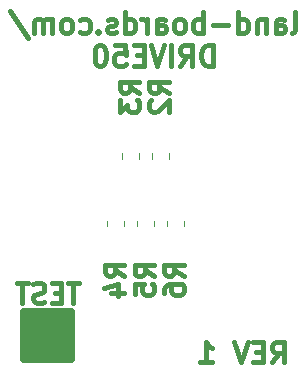
<source format=gbo>
%TF.GenerationSoftware,KiCad,Pcbnew,(6.0.1)*%
%TF.CreationDate,2022-07-06T10:53:35-04:00*%
%TF.ProjectId,DRIVE50,44524956-4535-4302-9e6b-696361645f70,1*%
%TF.SameCoordinates,Original*%
%TF.FileFunction,Legend,Bot*%
%TF.FilePolarity,Positive*%
%FSLAX46Y46*%
G04 Gerber Fmt 4.6, Leading zero omitted, Abs format (unit mm)*
G04 Created by KiCad (PCBNEW (6.0.1)) date 2022-07-06 10:53:35*
%MOMM*%
%LPD*%
G01*
G04 APERTURE LIST*
%ADD10C,0.437500*%
%ADD11C,0.381000*%
%ADD12C,0.650000*%
%ADD13C,0.120000*%
G04 APERTURE END LIST*
D10*
X148208333Y-91132916D02*
X148375000Y-91049583D01*
X148458333Y-90882916D01*
X148458333Y-89382916D01*
X146791666Y-91132916D02*
X146791666Y-90216250D01*
X146875000Y-90049583D01*
X147041666Y-89966250D01*
X147375000Y-89966250D01*
X147541666Y-90049583D01*
X146791666Y-91049583D02*
X146958333Y-91132916D01*
X147375000Y-91132916D01*
X147541666Y-91049583D01*
X147625000Y-90882916D01*
X147625000Y-90716250D01*
X147541666Y-90549583D01*
X147375000Y-90466250D01*
X146958333Y-90466250D01*
X146791666Y-90382916D01*
X145958333Y-89966250D02*
X145958333Y-91132916D01*
X145958333Y-90132916D02*
X145875000Y-90049583D01*
X145708333Y-89966250D01*
X145458333Y-89966250D01*
X145291666Y-90049583D01*
X145208333Y-90216250D01*
X145208333Y-91132916D01*
X143625000Y-91132916D02*
X143625000Y-89382916D01*
X143625000Y-91049583D02*
X143791666Y-91132916D01*
X144125000Y-91132916D01*
X144291666Y-91049583D01*
X144375000Y-90966250D01*
X144458333Y-90799583D01*
X144458333Y-90299583D01*
X144375000Y-90132916D01*
X144291666Y-90049583D01*
X144125000Y-89966250D01*
X143791666Y-89966250D01*
X143625000Y-90049583D01*
X142791666Y-90466250D02*
X141458333Y-90466250D01*
X140625000Y-91132916D02*
X140625000Y-89382916D01*
X140625000Y-90049583D02*
X140458333Y-89966250D01*
X140125000Y-89966250D01*
X139958333Y-90049583D01*
X139875000Y-90132916D01*
X139791666Y-90299583D01*
X139791666Y-90799583D01*
X139875000Y-90966250D01*
X139958333Y-91049583D01*
X140125000Y-91132916D01*
X140458333Y-91132916D01*
X140625000Y-91049583D01*
X138791666Y-91132916D02*
X138958333Y-91049583D01*
X139041666Y-90966250D01*
X139125000Y-90799583D01*
X139125000Y-90299583D01*
X139041666Y-90132916D01*
X138958333Y-90049583D01*
X138791666Y-89966250D01*
X138541666Y-89966250D01*
X138375000Y-90049583D01*
X138291666Y-90132916D01*
X138208333Y-90299583D01*
X138208333Y-90799583D01*
X138291666Y-90966250D01*
X138375000Y-91049583D01*
X138541666Y-91132916D01*
X138791666Y-91132916D01*
X136708333Y-91132916D02*
X136708333Y-90216250D01*
X136791666Y-90049583D01*
X136958333Y-89966250D01*
X137291666Y-89966250D01*
X137458333Y-90049583D01*
X136708333Y-91049583D02*
X136875000Y-91132916D01*
X137291666Y-91132916D01*
X137458333Y-91049583D01*
X137541666Y-90882916D01*
X137541666Y-90716250D01*
X137458333Y-90549583D01*
X137291666Y-90466250D01*
X136875000Y-90466250D01*
X136708333Y-90382916D01*
X135875000Y-91132916D02*
X135875000Y-89966250D01*
X135875000Y-90299583D02*
X135791666Y-90132916D01*
X135708333Y-90049583D01*
X135541666Y-89966250D01*
X135375000Y-89966250D01*
X134041666Y-91132916D02*
X134041666Y-89382916D01*
X134041666Y-91049583D02*
X134208333Y-91132916D01*
X134541666Y-91132916D01*
X134708333Y-91049583D01*
X134791666Y-90966250D01*
X134875000Y-90799583D01*
X134875000Y-90299583D01*
X134791666Y-90132916D01*
X134708333Y-90049583D01*
X134541666Y-89966250D01*
X134208333Y-89966250D01*
X134041666Y-90049583D01*
X133291666Y-91049583D02*
X133125000Y-91132916D01*
X132791666Y-91132916D01*
X132625000Y-91049583D01*
X132541666Y-90882916D01*
X132541666Y-90799583D01*
X132625000Y-90632916D01*
X132791666Y-90549583D01*
X133041666Y-90549583D01*
X133208333Y-90466250D01*
X133291666Y-90299583D01*
X133291666Y-90216250D01*
X133208333Y-90049583D01*
X133041666Y-89966250D01*
X132791666Y-89966250D01*
X132625000Y-90049583D01*
X131791666Y-90966250D02*
X131708333Y-91049583D01*
X131791666Y-91132916D01*
X131875000Y-91049583D01*
X131791666Y-90966250D01*
X131791666Y-91132916D01*
X130208333Y-91049583D02*
X130375000Y-91132916D01*
X130708333Y-91132916D01*
X130875000Y-91049583D01*
X130958333Y-90966250D01*
X131041666Y-90799583D01*
X131041666Y-90299583D01*
X130958333Y-90132916D01*
X130875000Y-90049583D01*
X130708333Y-89966250D01*
X130375000Y-89966250D01*
X130208333Y-90049583D01*
X129208333Y-91132916D02*
X129375000Y-91049583D01*
X129458333Y-90966250D01*
X129541666Y-90799583D01*
X129541666Y-90299583D01*
X129458333Y-90132916D01*
X129375000Y-90049583D01*
X129208333Y-89966250D01*
X128958333Y-89966250D01*
X128791666Y-90049583D01*
X128708333Y-90132916D01*
X128625000Y-90299583D01*
X128625000Y-90799583D01*
X128708333Y-90966250D01*
X128791666Y-91049583D01*
X128958333Y-91132916D01*
X129208333Y-91132916D01*
X127875000Y-91132916D02*
X127875000Y-89966250D01*
X127875000Y-90132916D02*
X127791666Y-90049583D01*
X127625000Y-89966250D01*
X127375000Y-89966250D01*
X127208333Y-90049583D01*
X127125000Y-90216250D01*
X127125000Y-91132916D01*
X127125000Y-90216250D02*
X127041666Y-90049583D01*
X126875000Y-89966250D01*
X126625000Y-89966250D01*
X126458333Y-90049583D01*
X126375000Y-90216250D01*
X126375000Y-91132916D01*
X124291666Y-89299583D02*
X125791666Y-91549583D01*
X141458333Y-93950416D02*
X141458333Y-92200416D01*
X141041666Y-92200416D01*
X140791666Y-92283750D01*
X140625000Y-92450416D01*
X140541666Y-92617083D01*
X140458333Y-92950416D01*
X140458333Y-93200416D01*
X140541666Y-93533750D01*
X140625000Y-93700416D01*
X140791666Y-93867083D01*
X141041666Y-93950416D01*
X141458333Y-93950416D01*
X138708333Y-93950416D02*
X139291666Y-93117083D01*
X139708333Y-93950416D02*
X139708333Y-92200416D01*
X139041666Y-92200416D01*
X138875000Y-92283750D01*
X138791666Y-92367083D01*
X138708333Y-92533750D01*
X138708333Y-92783750D01*
X138791666Y-92950416D01*
X138875000Y-93033750D01*
X139041666Y-93117083D01*
X139708333Y-93117083D01*
X137958333Y-93950416D02*
X137958333Y-92200416D01*
X137375000Y-92200416D02*
X136791666Y-93950416D01*
X136208333Y-92200416D01*
X135625000Y-93033750D02*
X135041666Y-93033750D01*
X134791666Y-93950416D02*
X135625000Y-93950416D01*
X135625000Y-92200416D01*
X134791666Y-92200416D01*
X133208333Y-92200416D02*
X134041666Y-92200416D01*
X134125000Y-93033750D01*
X134041666Y-92950416D01*
X133875000Y-92867083D01*
X133458333Y-92867083D01*
X133291666Y-92950416D01*
X133208333Y-93033750D01*
X133125000Y-93200416D01*
X133125000Y-93617083D01*
X133208333Y-93783750D01*
X133291666Y-93867083D01*
X133458333Y-93950416D01*
X133875000Y-93950416D01*
X134041666Y-93867083D01*
X134125000Y-93783750D01*
X132041666Y-92200416D02*
X131875000Y-92200416D01*
X131708333Y-92283750D01*
X131625000Y-92367083D01*
X131541666Y-92533750D01*
X131458333Y-92867083D01*
X131458333Y-93283750D01*
X131541666Y-93617083D01*
X131625000Y-93783750D01*
X131708333Y-93867083D01*
X131875000Y-93950416D01*
X132041666Y-93950416D01*
X132208333Y-93867083D01*
X132291666Y-93783750D01*
X132375000Y-93617083D01*
X132458333Y-93283750D01*
X132458333Y-92867083D01*
X132375000Y-92533750D01*
X132291666Y-92367083D01*
X132208333Y-92283750D01*
X132041666Y-92200416D01*
X146500000Y-119041666D02*
X147083333Y-118208333D01*
X147500000Y-119041666D02*
X147500000Y-117291666D01*
X146833333Y-117291666D01*
X146666666Y-117375000D01*
X146583333Y-117458333D01*
X146500000Y-117625000D01*
X146500000Y-117875000D01*
X146583333Y-118041666D01*
X146666666Y-118125000D01*
X146833333Y-118208333D01*
X147500000Y-118208333D01*
X145750000Y-118125000D02*
X145166666Y-118125000D01*
X144916666Y-119041666D02*
X145750000Y-119041666D01*
X145750000Y-117291666D01*
X144916666Y-117291666D01*
X144416666Y-117291666D02*
X143833333Y-119041666D01*
X143250000Y-117291666D01*
X140416666Y-119041666D02*
X141416666Y-119041666D01*
X140916666Y-119041666D02*
X140916666Y-117291666D01*
X141083333Y-117541666D01*
X141250000Y-117708333D01*
X141416666Y-117791666D01*
D11*
%TO.C,TEST*%
X130133738Y-112345880D02*
X129190309Y-112345880D01*
X129662023Y-113996880D02*
X129662023Y-112345880D01*
X128639976Y-113132071D02*
X128089642Y-113132071D01*
X127853785Y-113996880D02*
X128639976Y-113996880D01*
X128639976Y-112345880D01*
X127853785Y-112345880D01*
X127224833Y-113918261D02*
X126988976Y-113996880D01*
X126595880Y-113996880D01*
X126438642Y-113918261D01*
X126360023Y-113839642D01*
X126281404Y-113682404D01*
X126281404Y-113525166D01*
X126360023Y-113367928D01*
X126438642Y-113289309D01*
X126595880Y-113210690D01*
X126910357Y-113132071D01*
X127067595Y-113053452D01*
X127146214Y-112974833D01*
X127224833Y-112817595D01*
X127224833Y-112660357D01*
X127146214Y-112503119D01*
X127067595Y-112424500D01*
X126910357Y-112345880D01*
X126517261Y-112345880D01*
X126281404Y-112424500D01*
X125809690Y-112345880D02*
X124866261Y-112345880D01*
X125337976Y-113996880D02*
X125337976Y-112345880D01*
%TO.C,R2*%
X137746880Y-96224833D02*
X136960690Y-95674500D01*
X137746880Y-95281404D02*
X136095880Y-95281404D01*
X136095880Y-95910357D01*
X136174500Y-96067595D01*
X136253119Y-96146214D01*
X136410357Y-96224833D01*
X136646214Y-96224833D01*
X136803452Y-96146214D01*
X136882071Y-96067595D01*
X136960690Y-95910357D01*
X136960690Y-95281404D01*
X136253119Y-96853785D02*
X136174500Y-96932404D01*
X136095880Y-97089642D01*
X136095880Y-97482738D01*
X136174500Y-97639976D01*
X136253119Y-97718595D01*
X136410357Y-97797214D01*
X136567595Y-97797214D01*
X136803452Y-97718595D01*
X137746880Y-96775166D01*
X137746880Y-97797214D01*
%TO.C,R3*%
X135246880Y-96224833D02*
X134460690Y-95674500D01*
X135246880Y-95281404D02*
X133595880Y-95281404D01*
X133595880Y-95910357D01*
X133674500Y-96067595D01*
X133753119Y-96146214D01*
X133910357Y-96224833D01*
X134146214Y-96224833D01*
X134303452Y-96146214D01*
X134382071Y-96067595D01*
X134460690Y-95910357D01*
X134460690Y-95281404D01*
X133595880Y-96775166D02*
X133595880Y-97797214D01*
X134224833Y-97246880D01*
X134224833Y-97482738D01*
X134303452Y-97639976D01*
X134382071Y-97718595D01*
X134539309Y-97797214D01*
X134932404Y-97797214D01*
X135089642Y-97718595D01*
X135168261Y-97639976D01*
X135246880Y-97482738D01*
X135246880Y-97011023D01*
X135168261Y-96853785D01*
X135089642Y-96775166D01*
%TO.C,R4*%
X133996880Y-111724833D02*
X133210690Y-111174500D01*
X133996880Y-110781404D02*
X132345880Y-110781404D01*
X132345880Y-111410357D01*
X132424500Y-111567595D01*
X132503119Y-111646214D01*
X132660357Y-111724833D01*
X132896214Y-111724833D01*
X133053452Y-111646214D01*
X133132071Y-111567595D01*
X133210690Y-111410357D01*
X133210690Y-110781404D01*
X132896214Y-113139976D02*
X133996880Y-113139976D01*
X132267261Y-112746880D02*
X133446547Y-112353785D01*
X133446547Y-113375833D01*
%TO.C,R5*%
X136496880Y-111724833D02*
X135710690Y-111174500D01*
X136496880Y-110781404D02*
X134845880Y-110781404D01*
X134845880Y-111410357D01*
X134924500Y-111567595D01*
X135003119Y-111646214D01*
X135160357Y-111724833D01*
X135396214Y-111724833D01*
X135553452Y-111646214D01*
X135632071Y-111567595D01*
X135710690Y-111410357D01*
X135710690Y-110781404D01*
X134845880Y-113218595D02*
X134845880Y-112432404D01*
X135632071Y-112353785D01*
X135553452Y-112432404D01*
X135474833Y-112589642D01*
X135474833Y-112982738D01*
X135553452Y-113139976D01*
X135632071Y-113218595D01*
X135789309Y-113297214D01*
X136182404Y-113297214D01*
X136339642Y-113218595D01*
X136418261Y-113139976D01*
X136496880Y-112982738D01*
X136496880Y-112589642D01*
X136418261Y-112432404D01*
X136339642Y-112353785D01*
%TO.C,R6*%
X138996880Y-111724833D02*
X138210690Y-111174500D01*
X138996880Y-110781404D02*
X137345880Y-110781404D01*
X137345880Y-111410357D01*
X137424500Y-111567595D01*
X137503119Y-111646214D01*
X137660357Y-111724833D01*
X137896214Y-111724833D01*
X138053452Y-111646214D01*
X138132071Y-111567595D01*
X138210690Y-111410357D01*
X138210690Y-110781404D01*
X137345880Y-113139976D02*
X137345880Y-112825500D01*
X137424500Y-112668261D01*
X137503119Y-112589642D01*
X137738976Y-112432404D01*
X138053452Y-112353785D01*
X138682404Y-112353785D01*
X138839642Y-112432404D01*
X138918261Y-112511023D01*
X138996880Y-112668261D01*
X138996880Y-112982738D01*
X138918261Y-113139976D01*
X138839642Y-113218595D01*
X138682404Y-113297214D01*
X138289309Y-113297214D01*
X138132071Y-113218595D01*
X138053452Y-113139976D01*
X137974833Y-112982738D01*
X137974833Y-112668261D01*
X138053452Y-112511023D01*
X138132071Y-112432404D01*
X138289309Y-112353785D01*
D12*
%TO.C,TEST*%
X125500000Y-116750000D02*
X125500000Y-117250000D01*
X125500000Y-118750000D02*
X125500000Y-114750000D01*
X129500000Y-114750000D02*
X129500000Y-118750000D01*
X129500000Y-117250000D02*
X129500000Y-117750000D01*
X125500000Y-115250000D02*
X129500000Y-115250000D01*
X129500000Y-115750000D02*
X125500000Y-115750000D01*
X125500000Y-114750000D02*
X125500000Y-115250000D01*
X125500000Y-116250000D02*
X129500000Y-116250000D01*
X125500000Y-117250000D02*
X129000000Y-117250000D01*
X129500000Y-116750000D02*
X125500000Y-116750000D01*
X129500000Y-115250000D02*
X129500000Y-115750000D01*
X129000000Y-117250000D02*
X129500000Y-117250000D01*
X125500000Y-118250000D02*
X129500000Y-118250000D01*
X125500000Y-117750000D02*
X125500000Y-118250000D01*
X125500000Y-115750000D02*
X125500000Y-116250000D01*
X129500000Y-118750000D02*
X125500000Y-118750000D01*
X125500000Y-114750000D02*
X129500000Y-114750000D01*
X129500000Y-116250000D02*
X129500000Y-116750000D01*
X129500000Y-117750000D02*
X125500000Y-117750000D01*
D13*
%TO.C,R2*%
X137755000Y-101335936D02*
X137755000Y-101790064D01*
X136285000Y-101335936D02*
X136285000Y-101790064D01*
%TO.C,R3*%
X135215000Y-101335936D02*
X135215000Y-101790064D01*
X133745000Y-101335936D02*
X133745000Y-101790064D01*
%TO.C,R4*%
X133945000Y-107505064D02*
X133945000Y-107050936D01*
X132475000Y-107505064D02*
X132475000Y-107050936D01*
%TO.C,R5*%
X135015000Y-107505064D02*
X135015000Y-107050936D01*
X136485000Y-107505064D02*
X136485000Y-107050936D01*
%TO.C,R6*%
X137555000Y-107505064D02*
X137555000Y-107050936D01*
X139025000Y-107505064D02*
X139025000Y-107050936D01*
%TD*%
M02*

</source>
